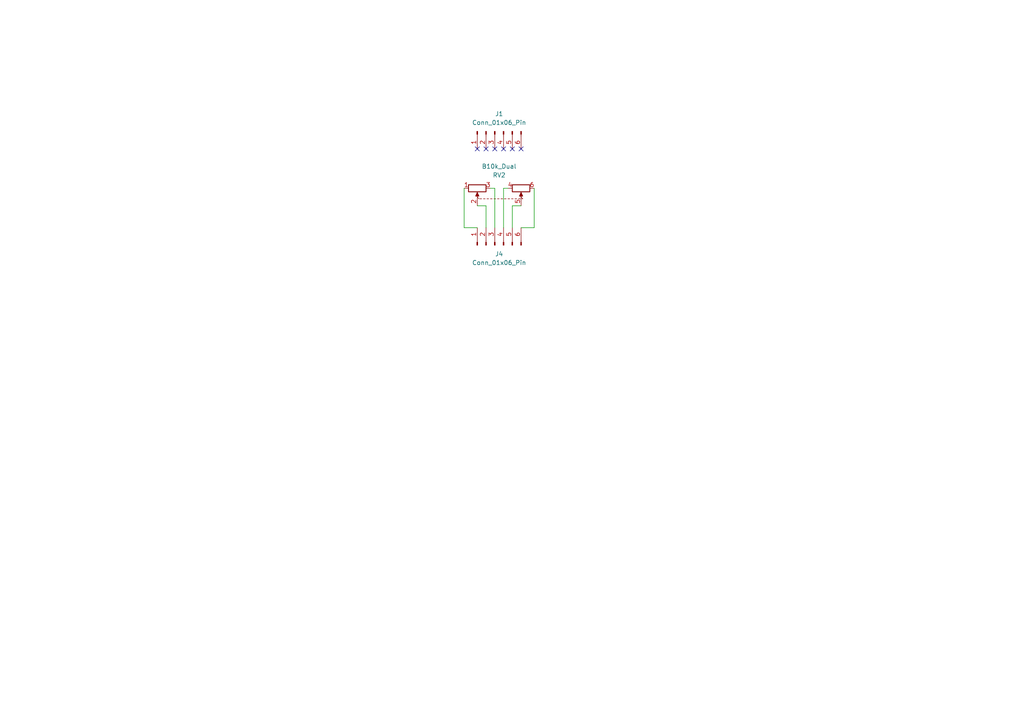
<source format=kicad_sch>
(kicad_sch (version 20250114) (generator "eeschema") (generator_version "9.0")
  (paper "A4")
  (lib_symbols
    (symbol "Connector:Conn_01x06_Pin" (pin_names (offset 1.016) (hide yes))
      (property "Reference" "J" (at 0 7.62 0))
      (property "Value" "Conn_01x06_Pin" (at 0 -10.16 0))
      (symbol "Conn_01x06_Pin_1_1"
        (rectangle (start 0.8636 5.207) (end 0 4.953) (stroke (width 0.1524)) (fill (type outline)))
        (rectangle (start 0.8636 2.667) (end 0 2.413) (stroke (width 0.1524)) (fill (type outline)))
        (rectangle (start 0.8636 0.127) (end 0 -0.127) (stroke (width 0.1524)) (fill (type outline)))
        (rectangle (start 0.8636 -2.413) (end 0 -2.667) (stroke (width 0.1524)) (fill (type outline)))
        (rectangle (start 0.8636 -4.953) (end 0 -5.207) (stroke (width 0.1524)) (fill (type outline)))
        (rectangle (start 0.8636 -7.493) (end 0 -7.747) (stroke (width 0.1524)) (fill (type outline)))
        (polyline (pts (xy 1.27 5.08) (xy 0.8636 5.08)) (stroke (width 0.1524)))
        (polyline (pts (xy 1.27 2.54) (xy 0.8636 2.54)) (stroke (width 0.1524)))
        (polyline (pts (xy 1.27 0) (xy 0.8636 0)) (stroke (width 0.1524)))
        (polyline (pts (xy 1.27 -2.54) (xy 0.8636 -2.54)) (stroke (width 0.1524)))
        (polyline (pts (xy 1.27 -5.08) (xy 0.8636 -5.08)) (stroke (width 0.1524)))
        (polyline (pts (xy 1.27 -7.62) (xy 0.8636 -7.62)) (stroke (width 0.1524)))
        (pin passive line (at 5.08 5.08 180) (length 3.81) (name "Pin_1") (number "1"))
        (pin passive line (at 5.08 2.54 180) (length 3.81) (name "Pin_2") (number "2"))
        (pin passive line (at 5.08 0 180) (length 3.81) (name "Pin_3") (number "3"))
        (pin passive line (at 5.08 -2.54 180) (length 3.81) (name "Pin_4") (number "4"))
        (pin passive line (at 5.08 -5.08 180) (length 3.81) (name "Pin_5") (number "5"))
        (pin passive line (at 5.08 -7.62 180) (length 3.81) (name "Pin_6") (number "6"))
      )
    )
    (symbol "Lichen:10K_Potentiometer_Dual_Gang_Alpha_RD902F" (pin_names (offset 1.016) (hide yes))
      (property "Reference" "RV8" (at -1.27 -7.112 90))
      (property "Value" "B10k_Dual" (at 1.27 -7.112 90))
      (symbol "10K_Potentiometer_Dual_Gang_Alpha_RD902F_0_1"
        (rectangle (start -8.89 -1.524) (end -3.81 -3.556) (stroke (width 0.254)))
        (polyline (pts (xy -6.35 0) (xy -6.35 -1.016)))
        (polyline (pts (xy -6.35 0) (xy -6.35 -1.016)))
        (polyline (pts (xy -6.35 0) (xy -5.842 0.508)))
        (polyline (pts (xy -6.35 -1.397) (xy -6.858 -0.254) (xy -5.842 -0.254) (xy -6.35 -1.397)) (fill (type outline)))
        (polyline (pts (xy -5.588 0.508) (xy -5.08 0.508)))
        (polyline (pts (xy -4.572 0.508) (xy -4.064 0.508)))
        (polyline (pts (xy -3.556 0.508) (xy -3.048 0.508)))
        (polyline (pts (xy -2.54 0.508) (xy -2.032 0.508)))
        (polyline (pts (xy -1.524 0.508) (xy -1.016 0.508)))
        (polyline (pts (xy -0.508 0.508) (xy 0 0.508)))
        (polyline (pts (xy 0.508 0.508) (xy 1.016 0.508)))
        (polyline (pts (xy 1.524 0.508) (xy 2.032 0.508)))
        (polyline (pts (xy 2.54 0.508) (xy 3.048 0.508)))
        (polyline (pts (xy 3.556 0.508) (xy 4.064 0.508)))
        (rectangle (start 3.81 -1.524) (end 8.89 -3.556) (stroke (width 0.254)))
        (polyline (pts (xy 4.572 0.508) (xy 5.08 0.508)))
        (polyline (pts (xy 5.588 0.508) (xy 6.096 0.508)))
        (polyline (pts (xy 6.35 0) (xy 6.35 -1.016)))
        (polyline (pts (xy 6.35 0) (xy 6.35 -1.016)))
        (polyline (pts (xy 6.35 -1.397) (xy 5.842 -0.254) (xy 6.858 -0.254) (xy 6.35 -1.397)) (fill (type outline)))
        (polyline (pts (xy 6.604 0.508) (xy 6.858 0.508) (xy 6.35 0)))
      )
      (symbol "10K_Potentiometer_Dual_Gang_Alpha_RD902F_1_1"
        (pin passive line (at -10.16 -2.54 0) (length 1.27) (name "1") (number "1"))
        (pin passive line (at -6.35 2.54 270) (length 2.54) (name "2") (number "2"))
        (pin passive line (at -2.54 -2.54 180) (length 1.27) (name "3") (number "3"))
        (pin passive line (at 2.54 -2.54 0) (length 1.27) (name "4") (number "4"))
        (pin passive line (at 6.35 2.54 270) (length 2.54) (name "5") (number "5"))
        (pin passive line (at 10.16 -2.54 180) (length 1.27) (name "6") (number "6"))
      )
    )
  )
  (no_connect (at 148.59 43.18))
  (no_connect (at 143.51 43.18))
  (no_connect (at 146.05 43.18))
  (no_connect (at 140.97 43.18))
  (no_connect (at 138.43 43.18))
  (no_connect (at 151.13 43.18))
  (wire (pts (xy 151.13 59.69) (xy 148.59 59.69)))
  (wire (pts (xy 134.62 54.61) (xy 134.62 66.04)))
  (wire (pts (xy 154.94 66.04) (xy 151.13 66.04)))
  (wire (pts (xy 138.43 59.69) (xy 140.97 59.69)))
  (wire (pts (xy 146.05 54.61) (xy 146.05 66.04)))
  (wire (pts (xy 143.51 54.61) (xy 143.51 66.04)))
  (wire (pts (xy 134.62 66.04) (xy 138.43 66.04)))
  (wire (pts (xy 140.97 59.69) (xy 140.97 66.04)))
  (wire (pts (xy 147.32 54.61) (xy 146.05 54.61)))
  (wire (pts (xy 148.59 59.69) (xy 148.59 66.04)))
  (wire (pts (xy 154.94 54.61) (xy 154.94 66.04)))
  (wire (pts (xy 142.24 54.61) (xy 143.51 54.61)))
  (symbol (lib_id "Lichen:10K_Potentiometer_Dual_Gang_Alpha_RD902F") (at 144.78 57.15 0) (mirror x) (unit 1)
    (property "Reference" "RV2" (at 144.78 50.8 0))
    (property "Value" "B10k_Dual" (at 144.78 48.26 0))
    (property "Footprint" "Lichen:Potentiometer_Alpha_RD902F-40-00D_Dual_Vertical" (effects (hide yes)))
    (property "Datasheet" "https://www.thonk.co.uk/shop/alpha-9mm-pots-vert-t18-dual-gang/" (effects (hide yes)))
    (property "Description" "Dual potentiometer" (effects (hide yes)))
    (property "Manufacturer" "Alpha" (effects (hide yes)))
    (property "Part Number" "RD90F-40" (effects (hide yes)))
  )
  (symbol (lib_id "Connector:Conn_01x06_Pin") (at 143.51 38.1 90) (mirror x) (unit 1)
    (property "Reference" "J1" (at 144.78 33.02 90))
    (property "Value" "Conn_01x06_Pin" (at 144.78 35.56 90))
    (property "Footprint" "Connector_PinHeader_2.54mm:PinHeader_1x06_P2.54mm_Vertical" (effects (hide yes)))
    (property "Description" "Generic connector, single row, 01x06, script generated" (effects (hide yes)))
  )
  (symbol (lib_id "Connector:Conn_01x06_Pin") (at 143.51 71.12 90) (unit 1)
    (property "Reference" "J4" (at 144.78 73.66 90))
    (property "Value" "Conn_01x06_Pin" (at 144.78 76.2 90))
    (property "Footprint" "Connector_PinHeader_2.54mm:PinHeader_1x06_P2.54mm_Vertical" (effects (hide yes)))
    (property "Description" "Generic connector, single row, 01x06, script generated" (effects (hide yes)))
  )
)
</source>
